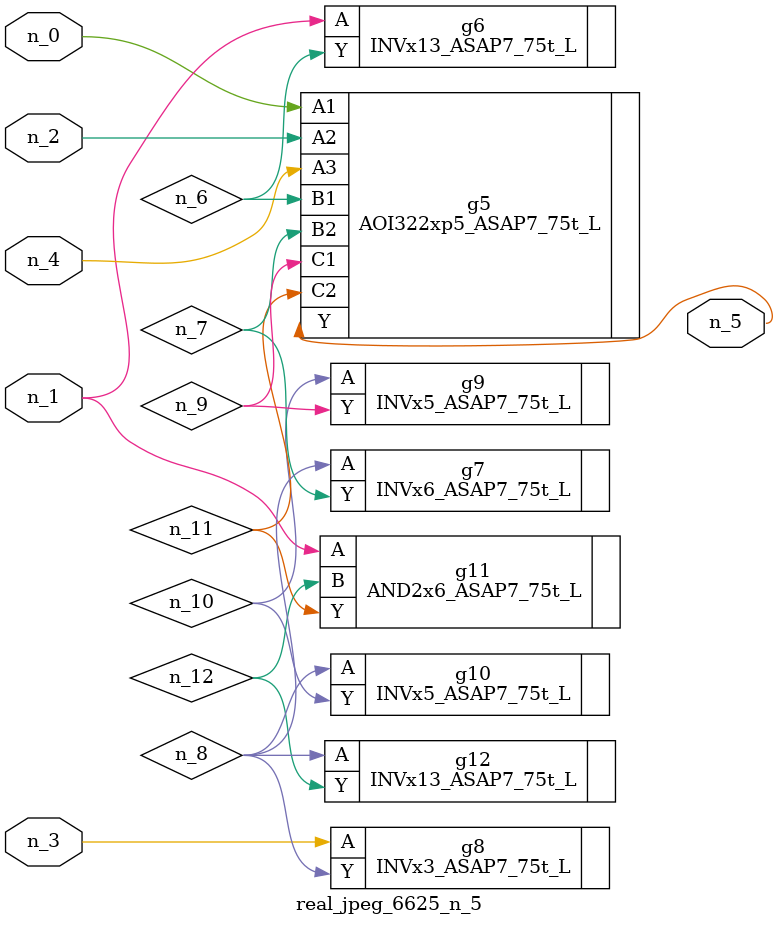
<source format=v>
module real_jpeg_6625_n_5 (n_4, n_0, n_1, n_2, n_3, n_5);

input n_4;
input n_0;
input n_1;
input n_2;
input n_3;

output n_5;

wire n_12;
wire n_8;
wire n_11;
wire n_6;
wire n_7;
wire n_10;
wire n_9;

AOI322xp5_ASAP7_75t_L g5 ( 
.A1(n_0),
.A2(n_2),
.A3(n_4),
.B1(n_6),
.B2(n_7),
.C1(n_9),
.C2(n_11),
.Y(n_5)
);

INVx13_ASAP7_75t_L g6 ( 
.A(n_1),
.Y(n_6)
);

AND2x6_ASAP7_75t_L g11 ( 
.A(n_1),
.B(n_12),
.Y(n_11)
);

INVx3_ASAP7_75t_L g8 ( 
.A(n_3),
.Y(n_8)
);

INVx6_ASAP7_75t_L g7 ( 
.A(n_8),
.Y(n_7)
);

INVx5_ASAP7_75t_L g10 ( 
.A(n_8),
.Y(n_10)
);

INVx13_ASAP7_75t_L g12 ( 
.A(n_8),
.Y(n_12)
);

INVx5_ASAP7_75t_L g9 ( 
.A(n_10),
.Y(n_9)
);


endmodule
</source>
